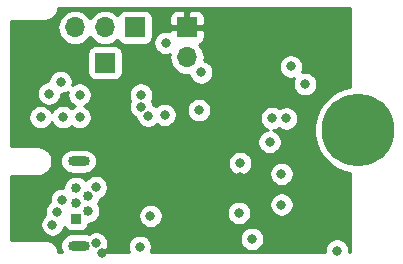
<source format=gbr>
G04 #@! TF.GenerationSoftware,KiCad,Pcbnew,5.1.4-3.fc30*
G04 #@! TF.CreationDate,2019-12-05T15:01:49-05:00*
G04 #@! TF.ProjectId,librem5-m2-breakout,6c696272-656d-4352-9d6d-322d62726561,v0.5.0*
G04 #@! TF.SameCoordinates,Original*
G04 #@! TF.FileFunction,Copper,L3,Inr*
G04 #@! TF.FilePolarity,Positive*
%FSLAX46Y46*%
G04 Gerber Fmt 4.6, Leading zero omitted, Abs format (unit mm)*
G04 Created by KiCad (PCBNEW 5.1.4-3.fc30) date 2019-12-05 15:01:49*
%MOMM*%
%LPD*%
G04 APERTURE LIST*
%ADD10R,1.700000X1.700000*%
%ADD11O,1.700000X1.700000*%
%ADD12C,6.150000*%
%ADD13R,0.840000X0.840000*%
%ADD14C,0.840000*%
%ADD15O,1.850000X0.850000*%
%ADD16C,0.800000*%
%ADD17C,0.254000*%
G04 APERTURE END LIST*
D10*
X130000000Y-86300000D03*
D11*
X127460000Y-86300000D03*
X124920000Y-86300000D03*
D10*
X127460000Y-89300000D03*
D12*
X148850000Y-95000000D03*
D11*
X134400000Y-88840000D03*
D10*
X134400000Y-86300000D03*
D13*
X125000000Y-102500000D03*
D14*
X126000000Y-101850000D03*
X125000000Y-101200000D03*
X126000000Y-100550000D03*
X125000000Y-99900000D03*
D15*
X125220000Y-104775000D03*
X125220000Y-97625000D03*
D16*
X122300000Y-86200000D03*
X138900000Y-99000000D03*
X131300000Y-96800000D03*
X127200000Y-105400000D03*
X137724990Y-103289853D03*
X144400000Y-91100000D03*
X147100000Y-105200000D03*
X139900000Y-104200000D03*
X142400000Y-101300000D03*
X125300000Y-92000000D03*
X130400000Y-104875000D03*
X143200000Y-89600000D03*
X123000000Y-103000016D03*
X122000000Y-93900000D03*
X131300000Y-102250000D03*
X138800000Y-102000000D03*
X123400000Y-101900000D03*
X138900000Y-97800000D03*
X123799996Y-100900000D03*
X135600000Y-90100000D03*
X142400000Y-98700000D03*
X141400000Y-96000000D03*
X132600000Y-87600000D03*
X135400000Y-93300000D03*
X126696500Y-104594400D03*
X126674979Y-99825000D03*
X131100000Y-93774980D03*
X132500000Y-93700000D03*
X123900000Y-93900016D03*
X125300000Y-93900000D03*
X123700000Y-90900000D03*
X122700004Y-91900000D03*
X141600000Y-93975000D03*
X142800000Y-94000000D03*
X130500008Y-93000000D03*
X130500000Y-91999998D03*
D17*
G36*
X148190001Y-91348599D02*
G01*
X147767833Y-91432573D01*
X147092656Y-91712241D01*
X146485013Y-92118255D01*
X145968255Y-92635013D01*
X145562241Y-93242656D01*
X145282573Y-93917833D01*
X145140000Y-94634597D01*
X145140000Y-95365403D01*
X145282573Y-96082167D01*
X145562241Y-96757344D01*
X145968255Y-97364987D01*
X146485013Y-97881745D01*
X147092656Y-98287759D01*
X147767833Y-98567427D01*
X148190000Y-98651401D01*
X148190000Y-105340000D01*
X148127429Y-105340000D01*
X148135000Y-105301939D01*
X148135000Y-105098061D01*
X148095226Y-104898102D01*
X148017205Y-104709744D01*
X147903937Y-104540226D01*
X147759774Y-104396063D01*
X147590256Y-104282795D01*
X147401898Y-104204774D01*
X147201939Y-104165000D01*
X146998061Y-104165000D01*
X146798102Y-104204774D01*
X146609744Y-104282795D01*
X146440226Y-104396063D01*
X146296063Y-104540226D01*
X146182795Y-104709744D01*
X146104774Y-104898102D01*
X146065000Y-105098061D01*
X146065000Y-105301939D01*
X146072571Y-105340000D01*
X131327666Y-105340000D01*
X131395226Y-105176898D01*
X131435000Y-104976939D01*
X131435000Y-104773061D01*
X131395226Y-104573102D01*
X131317205Y-104384744D01*
X131203937Y-104215226D01*
X131086772Y-104098061D01*
X138865000Y-104098061D01*
X138865000Y-104301939D01*
X138904774Y-104501898D01*
X138982795Y-104690256D01*
X139096063Y-104859774D01*
X139240226Y-105003937D01*
X139409744Y-105117205D01*
X139598102Y-105195226D01*
X139798061Y-105235000D01*
X140001939Y-105235000D01*
X140201898Y-105195226D01*
X140390256Y-105117205D01*
X140559774Y-105003937D01*
X140703937Y-104859774D01*
X140817205Y-104690256D01*
X140895226Y-104501898D01*
X140935000Y-104301939D01*
X140935000Y-104098061D01*
X140895226Y-103898102D01*
X140817205Y-103709744D01*
X140703937Y-103540226D01*
X140559774Y-103396063D01*
X140390256Y-103282795D01*
X140201898Y-103204774D01*
X140001939Y-103165000D01*
X139798061Y-103165000D01*
X139598102Y-103204774D01*
X139409744Y-103282795D01*
X139240226Y-103396063D01*
X139096063Y-103540226D01*
X138982795Y-103709744D01*
X138904774Y-103898102D01*
X138865000Y-104098061D01*
X131086772Y-104098061D01*
X131059774Y-104071063D01*
X130890256Y-103957795D01*
X130701898Y-103879774D01*
X130501939Y-103840000D01*
X130298061Y-103840000D01*
X130098102Y-103879774D01*
X129909744Y-103957795D01*
X129740226Y-104071063D01*
X129596063Y-104215226D01*
X129482795Y-104384744D01*
X129404774Y-104573102D01*
X129365000Y-104773061D01*
X129365000Y-104976939D01*
X129404774Y-105176898D01*
X129472334Y-105340000D01*
X127414611Y-105340000D01*
X127500437Y-105254174D01*
X127613705Y-105084656D01*
X127691726Y-104896298D01*
X127731500Y-104696339D01*
X127731500Y-104492461D01*
X127691726Y-104292502D01*
X127613705Y-104104144D01*
X127500437Y-103934626D01*
X127356274Y-103790463D01*
X127186756Y-103677195D01*
X126998398Y-103599174D01*
X126798439Y-103559400D01*
X126594561Y-103559400D01*
X126394602Y-103599174D01*
X126206244Y-103677195D01*
X126064601Y-103771837D01*
X125927796Y-103730338D01*
X125772066Y-103715000D01*
X124667934Y-103715000D01*
X124512204Y-103730338D01*
X124312393Y-103790950D01*
X124128247Y-103889378D01*
X123966841Y-104021841D01*
X123834378Y-104183247D01*
X123735950Y-104367393D01*
X123675338Y-104567204D01*
X123654872Y-104775000D01*
X123675338Y-104982796D01*
X123735950Y-105182607D01*
X123820078Y-105340000D01*
X123505057Y-105340000D01*
X123501311Y-105304360D01*
X123500450Y-105295617D01*
X123500362Y-105295325D01*
X123496173Y-105255473D01*
X123484140Y-105196854D01*
X123472936Y-105138116D01*
X123470272Y-105129294D01*
X123441416Y-105036075D01*
X123418238Y-104980937D01*
X123395825Y-104925463D01*
X123391498Y-104917327D01*
X123345085Y-104831489D01*
X123311645Y-104781913D01*
X123278881Y-104731844D01*
X123273057Y-104724703D01*
X123210855Y-104649514D01*
X123168406Y-104607361D01*
X123126561Y-104564629D01*
X123119460Y-104558755D01*
X123043839Y-104497079D01*
X122994034Y-104463988D01*
X122944650Y-104430174D01*
X122936544Y-104425792D01*
X122850383Y-104379980D01*
X122795091Y-104357191D01*
X122740102Y-104333622D01*
X122731299Y-104330897D01*
X122637881Y-104302692D01*
X122579174Y-104291067D01*
X122520684Y-104278635D01*
X122511530Y-104277673D01*
X122511524Y-104277672D01*
X122511519Y-104277672D01*
X122414402Y-104268150D01*
X122382419Y-104265000D01*
X119510000Y-104265000D01*
X119510000Y-102898077D01*
X121965000Y-102898077D01*
X121965000Y-103101955D01*
X122004774Y-103301914D01*
X122082795Y-103490272D01*
X122196063Y-103659790D01*
X122340226Y-103803953D01*
X122509744Y-103917221D01*
X122698102Y-103995242D01*
X122898061Y-104035016D01*
X123101939Y-104035016D01*
X123301898Y-103995242D01*
X123490256Y-103917221D01*
X123659774Y-103803953D01*
X123803937Y-103659790D01*
X123917205Y-103490272D01*
X123995226Y-103301914D01*
X124013910Y-103207981D01*
X124049463Y-103274494D01*
X124128815Y-103371185D01*
X124225506Y-103450537D01*
X124335820Y-103509502D01*
X124455518Y-103545812D01*
X124580000Y-103558072D01*
X125420000Y-103558072D01*
X125544482Y-103545812D01*
X125664180Y-103509502D01*
X125774494Y-103450537D01*
X125871185Y-103371185D01*
X125950537Y-103274494D01*
X126009502Y-103164180D01*
X126045812Y-103044482D01*
X126058072Y-102920000D01*
X126058072Y-102905000D01*
X126103908Y-102905000D01*
X126307732Y-102864457D01*
X126499730Y-102784929D01*
X126672523Y-102669472D01*
X126819472Y-102522523D01*
X126934929Y-102349730D01*
X127014457Y-102157732D01*
X127016380Y-102148061D01*
X130265000Y-102148061D01*
X130265000Y-102351939D01*
X130304774Y-102551898D01*
X130382795Y-102740256D01*
X130496063Y-102909774D01*
X130640226Y-103053937D01*
X130809744Y-103167205D01*
X130998102Y-103245226D01*
X131198061Y-103285000D01*
X131401939Y-103285000D01*
X131601898Y-103245226D01*
X131790256Y-103167205D01*
X131959774Y-103053937D01*
X132103937Y-102909774D01*
X132217205Y-102740256D01*
X132295226Y-102551898D01*
X132335000Y-102351939D01*
X132335000Y-102148061D01*
X132295226Y-101948102D01*
X132274499Y-101898061D01*
X137765000Y-101898061D01*
X137765000Y-102101939D01*
X137804774Y-102301898D01*
X137882795Y-102490256D01*
X137996063Y-102659774D01*
X138140226Y-102803937D01*
X138309744Y-102917205D01*
X138498102Y-102995226D01*
X138698061Y-103035000D01*
X138901939Y-103035000D01*
X139101898Y-102995226D01*
X139290256Y-102917205D01*
X139459774Y-102803937D01*
X139603937Y-102659774D01*
X139717205Y-102490256D01*
X139795226Y-102301898D01*
X139835000Y-102101939D01*
X139835000Y-101898061D01*
X139795226Y-101698102D01*
X139717205Y-101509744D01*
X139603937Y-101340226D01*
X139461772Y-101198061D01*
X141365000Y-101198061D01*
X141365000Y-101401939D01*
X141404774Y-101601898D01*
X141482795Y-101790256D01*
X141596063Y-101959774D01*
X141740226Y-102103937D01*
X141909744Y-102217205D01*
X142098102Y-102295226D01*
X142298061Y-102335000D01*
X142501939Y-102335000D01*
X142701898Y-102295226D01*
X142890256Y-102217205D01*
X143059774Y-102103937D01*
X143203937Y-101959774D01*
X143317205Y-101790256D01*
X143395226Y-101601898D01*
X143435000Y-101401939D01*
X143435000Y-101198061D01*
X143395226Y-100998102D01*
X143317205Y-100809744D01*
X143203937Y-100640226D01*
X143059774Y-100496063D01*
X142890256Y-100382795D01*
X142701898Y-100304774D01*
X142501939Y-100265000D01*
X142298061Y-100265000D01*
X142098102Y-100304774D01*
X141909744Y-100382795D01*
X141740226Y-100496063D01*
X141596063Y-100640226D01*
X141482795Y-100809744D01*
X141404774Y-100998102D01*
X141365000Y-101198061D01*
X139461772Y-101198061D01*
X139459774Y-101196063D01*
X139290256Y-101082795D01*
X139101898Y-101004774D01*
X138901939Y-100965000D01*
X138698061Y-100965000D01*
X138498102Y-101004774D01*
X138309744Y-101082795D01*
X138140226Y-101196063D01*
X137996063Y-101340226D01*
X137882795Y-101509744D01*
X137804774Y-101698102D01*
X137765000Y-101898061D01*
X132274499Y-101898061D01*
X132217205Y-101759744D01*
X132103937Y-101590226D01*
X131959774Y-101446063D01*
X131790256Y-101332795D01*
X131601898Y-101254774D01*
X131401939Y-101215000D01*
X131198061Y-101215000D01*
X130998102Y-101254774D01*
X130809744Y-101332795D01*
X130640226Y-101446063D01*
X130496063Y-101590226D01*
X130382795Y-101759744D01*
X130304774Y-101948102D01*
X130265000Y-102148061D01*
X127016380Y-102148061D01*
X127055000Y-101953908D01*
X127055000Y-101746092D01*
X127014457Y-101542268D01*
X126934929Y-101350270D01*
X126834521Y-101200000D01*
X126934929Y-101049730D01*
X127014457Y-100857732D01*
X127025962Y-100799894D01*
X127165235Y-100742205D01*
X127334753Y-100628937D01*
X127478916Y-100484774D01*
X127592184Y-100315256D01*
X127670205Y-100126898D01*
X127709979Y-99926939D01*
X127709979Y-99723061D01*
X127670205Y-99523102D01*
X127592184Y-99334744D01*
X127478916Y-99165226D01*
X127334753Y-99021063D01*
X127165235Y-98907795D01*
X126976877Y-98829774D01*
X126776918Y-98790000D01*
X126573040Y-98790000D01*
X126373081Y-98829774D01*
X126184723Y-98907795D01*
X126015205Y-99021063D01*
X125871042Y-99165226D01*
X125824460Y-99234942D01*
X125819472Y-99227477D01*
X125672523Y-99080528D01*
X125499730Y-98965071D01*
X125307732Y-98885543D01*
X125103908Y-98845000D01*
X124896092Y-98845000D01*
X124692268Y-98885543D01*
X124500270Y-98965071D01*
X124327477Y-99080528D01*
X124180528Y-99227477D01*
X124065071Y-99400270D01*
X123985543Y-99592268D01*
X123945000Y-99796092D01*
X123945000Y-99873566D01*
X123901935Y-99865000D01*
X123698057Y-99865000D01*
X123498098Y-99904774D01*
X123309740Y-99982795D01*
X123140222Y-100096063D01*
X122996059Y-100240226D01*
X122882791Y-100409744D01*
X122804770Y-100598102D01*
X122764996Y-100798061D01*
X122764996Y-101001939D01*
X122778616Y-101070412D01*
X122740226Y-101096063D01*
X122596063Y-101240226D01*
X122482795Y-101409744D01*
X122404774Y-101598102D01*
X122365000Y-101798061D01*
X122365000Y-102001939D01*
X122396180Y-102158692D01*
X122340226Y-102196079D01*
X122196063Y-102340242D01*
X122082795Y-102509760D01*
X122004774Y-102698118D01*
X121965000Y-102898077D01*
X119510000Y-102898077D01*
X119510000Y-98885000D01*
X121782419Y-98885000D01*
X121814991Y-98881792D01*
X121822782Y-98881792D01*
X121831947Y-98880829D01*
X121948317Y-98867776D01*
X122006834Y-98855337D01*
X122065512Y-98843719D01*
X122074315Y-98840994D01*
X122185933Y-98805586D01*
X122240904Y-98782024D01*
X122296216Y-98759227D01*
X122304322Y-98754844D01*
X122406937Y-98698431D01*
X122456298Y-98664632D01*
X122506118Y-98631533D01*
X122513218Y-98625659D01*
X122602922Y-98550389D01*
X122644767Y-98507659D01*
X122687223Y-98465498D01*
X122693047Y-98458357D01*
X122766422Y-98367097D01*
X122799178Y-98317041D01*
X122832629Y-98267447D01*
X122836955Y-98259310D01*
X122891206Y-98155536D01*
X122913608Y-98100087D01*
X122936794Y-98044931D01*
X122939457Y-98036109D01*
X122972519Y-97923775D01*
X122983724Y-97865034D01*
X122995757Y-97806417D01*
X122996656Y-97797246D01*
X123007269Y-97680628D01*
X123006881Y-97625000D01*
X123654872Y-97625000D01*
X123675338Y-97832796D01*
X123735950Y-98032607D01*
X123834378Y-98216753D01*
X123966841Y-98378159D01*
X124128247Y-98510622D01*
X124312393Y-98609050D01*
X124512204Y-98669662D01*
X124667934Y-98685000D01*
X125772066Y-98685000D01*
X125927796Y-98669662D01*
X126127607Y-98609050D01*
X126311753Y-98510622D01*
X126473159Y-98378159D01*
X126605622Y-98216753D01*
X126704050Y-98032607D01*
X126764662Y-97832796D01*
X126777932Y-97698061D01*
X137865000Y-97698061D01*
X137865000Y-97901939D01*
X137904774Y-98101898D01*
X137982795Y-98290256D01*
X138096063Y-98459774D01*
X138240226Y-98603937D01*
X138409744Y-98717205D01*
X138598102Y-98795226D01*
X138798061Y-98835000D01*
X139001939Y-98835000D01*
X139201898Y-98795226D01*
X139390256Y-98717205D01*
X139559774Y-98603937D01*
X139565650Y-98598061D01*
X141365000Y-98598061D01*
X141365000Y-98801939D01*
X141404774Y-99001898D01*
X141482795Y-99190256D01*
X141596063Y-99359774D01*
X141740226Y-99503937D01*
X141909744Y-99617205D01*
X142098102Y-99695226D01*
X142298061Y-99735000D01*
X142501939Y-99735000D01*
X142701898Y-99695226D01*
X142890256Y-99617205D01*
X143059774Y-99503937D01*
X143203937Y-99359774D01*
X143317205Y-99190256D01*
X143395226Y-99001898D01*
X143435000Y-98801939D01*
X143435000Y-98598061D01*
X143395226Y-98398102D01*
X143317205Y-98209744D01*
X143203937Y-98040226D01*
X143059774Y-97896063D01*
X142890256Y-97782795D01*
X142701898Y-97704774D01*
X142501939Y-97665000D01*
X142298061Y-97665000D01*
X142098102Y-97704774D01*
X141909744Y-97782795D01*
X141740226Y-97896063D01*
X141596063Y-98040226D01*
X141482795Y-98209744D01*
X141404774Y-98398102D01*
X141365000Y-98598061D01*
X139565650Y-98598061D01*
X139703937Y-98459774D01*
X139817205Y-98290256D01*
X139895226Y-98101898D01*
X139935000Y-97901939D01*
X139935000Y-97698061D01*
X139895226Y-97498102D01*
X139817205Y-97309744D01*
X139703937Y-97140226D01*
X139559774Y-96996063D01*
X139390256Y-96882795D01*
X139201898Y-96804774D01*
X139001939Y-96765000D01*
X138798061Y-96765000D01*
X138598102Y-96804774D01*
X138409744Y-96882795D01*
X138240226Y-96996063D01*
X138096063Y-97140226D01*
X137982795Y-97309744D01*
X137904774Y-97498102D01*
X137865000Y-97698061D01*
X126777932Y-97698061D01*
X126785128Y-97625000D01*
X126764662Y-97417204D01*
X126704050Y-97217393D01*
X126605622Y-97033247D01*
X126473159Y-96871841D01*
X126311753Y-96739378D01*
X126127607Y-96640950D01*
X125927796Y-96580338D01*
X125772066Y-96565000D01*
X124667934Y-96565000D01*
X124512204Y-96580338D01*
X124312393Y-96640950D01*
X124128247Y-96739378D01*
X123966841Y-96871841D01*
X123834378Y-97033247D01*
X123735950Y-97217393D01*
X123675338Y-97417204D01*
X123654872Y-97625000D01*
X123006881Y-97625000D01*
X123006851Y-97620811D01*
X123007269Y-97560994D01*
X123006370Y-97551823D01*
X122994130Y-97435365D01*
X122982098Y-97376753D01*
X122970893Y-97318008D01*
X122968229Y-97309186D01*
X122933602Y-97197324D01*
X122910416Y-97142168D01*
X122888014Y-97086719D01*
X122883688Y-97078582D01*
X122827993Y-96975575D01*
X122794557Y-96926005D01*
X122761785Y-96875923D01*
X122755960Y-96868782D01*
X122681318Y-96778556D01*
X122638884Y-96736418D01*
X122597022Y-96693669D01*
X122589921Y-96687796D01*
X122589918Y-96687793D01*
X122589914Y-96687791D01*
X122499176Y-96613785D01*
X122449376Y-96580698D01*
X122399993Y-96546884D01*
X122391891Y-96542505D01*
X122391887Y-96542502D01*
X122391883Y-96542500D01*
X122288493Y-96487527D01*
X122233234Y-96464751D01*
X122178205Y-96441165D01*
X122169402Y-96438441D01*
X122057301Y-96404596D01*
X121998628Y-96392979D01*
X121940111Y-96380540D01*
X121930946Y-96379577D01*
X121814405Y-96368150D01*
X121814402Y-96368150D01*
X121782419Y-96365000D01*
X119510000Y-96365000D01*
X119510000Y-95898061D01*
X140365000Y-95898061D01*
X140365000Y-96101939D01*
X140404774Y-96301898D01*
X140482795Y-96490256D01*
X140596063Y-96659774D01*
X140740226Y-96803937D01*
X140909744Y-96917205D01*
X141098102Y-96995226D01*
X141298061Y-97035000D01*
X141501939Y-97035000D01*
X141701898Y-96995226D01*
X141890256Y-96917205D01*
X142059774Y-96803937D01*
X142203937Y-96659774D01*
X142317205Y-96490256D01*
X142395226Y-96301898D01*
X142435000Y-96101939D01*
X142435000Y-95898061D01*
X142395226Y-95698102D01*
X142317205Y-95509744D01*
X142203937Y-95340226D01*
X142059774Y-95196063D01*
X141890256Y-95082795D01*
X141710435Y-95008310D01*
X141901898Y-94970226D01*
X142090256Y-94892205D01*
X142181292Y-94831377D01*
X142309744Y-94917205D01*
X142498102Y-94995226D01*
X142698061Y-95035000D01*
X142901939Y-95035000D01*
X143101898Y-94995226D01*
X143290256Y-94917205D01*
X143459774Y-94803937D01*
X143603937Y-94659774D01*
X143717205Y-94490256D01*
X143795226Y-94301898D01*
X143835000Y-94101939D01*
X143835000Y-93898061D01*
X143795226Y-93698102D01*
X143717205Y-93509744D01*
X143603937Y-93340226D01*
X143459774Y-93196063D01*
X143290256Y-93082795D01*
X143101898Y-93004774D01*
X142901939Y-92965000D01*
X142698061Y-92965000D01*
X142498102Y-93004774D01*
X142309744Y-93082795D01*
X142218708Y-93143623D01*
X142090256Y-93057795D01*
X141901898Y-92979774D01*
X141701939Y-92940000D01*
X141498061Y-92940000D01*
X141298102Y-92979774D01*
X141109744Y-93057795D01*
X140940226Y-93171063D01*
X140796063Y-93315226D01*
X140682795Y-93484744D01*
X140604774Y-93673102D01*
X140565000Y-93873061D01*
X140565000Y-94076939D01*
X140604774Y-94276898D01*
X140682795Y-94465256D01*
X140796063Y-94634774D01*
X140940226Y-94778937D01*
X141109744Y-94892205D01*
X141289565Y-94966690D01*
X141098102Y-95004774D01*
X140909744Y-95082795D01*
X140740226Y-95196063D01*
X140596063Y-95340226D01*
X140482795Y-95509744D01*
X140404774Y-95698102D01*
X140365000Y-95898061D01*
X119510000Y-95898061D01*
X119510000Y-93798061D01*
X120965000Y-93798061D01*
X120965000Y-94001939D01*
X121004774Y-94201898D01*
X121082795Y-94390256D01*
X121196063Y-94559774D01*
X121340226Y-94703937D01*
X121509744Y-94817205D01*
X121698102Y-94895226D01*
X121898061Y-94935000D01*
X122101939Y-94935000D01*
X122301898Y-94895226D01*
X122490256Y-94817205D01*
X122659774Y-94703937D01*
X122803937Y-94559774D01*
X122917205Y-94390256D01*
X122949997Y-94311090D01*
X122982795Y-94390272D01*
X123096063Y-94559790D01*
X123240226Y-94703953D01*
X123409744Y-94817221D01*
X123598102Y-94895242D01*
X123798061Y-94935016D01*
X124001939Y-94935016D01*
X124201898Y-94895242D01*
X124390256Y-94817221D01*
X124559774Y-94703953D01*
X124600008Y-94663719D01*
X124640226Y-94703937D01*
X124809744Y-94817205D01*
X124998102Y-94895226D01*
X125198061Y-94935000D01*
X125401939Y-94935000D01*
X125601898Y-94895226D01*
X125790256Y-94817205D01*
X125959774Y-94703937D01*
X126103937Y-94559774D01*
X126217205Y-94390256D01*
X126295226Y-94201898D01*
X126335000Y-94001939D01*
X126335000Y-93798061D01*
X126295226Y-93598102D01*
X126217205Y-93409744D01*
X126103937Y-93240226D01*
X125959774Y-93096063D01*
X125790256Y-92982795D01*
X125711082Y-92950000D01*
X125790256Y-92917205D01*
X125959774Y-92803937D01*
X126103937Y-92659774D01*
X126217205Y-92490256D01*
X126295226Y-92301898D01*
X126335000Y-92101939D01*
X126335000Y-91898061D01*
X126335000Y-91898059D01*
X129465000Y-91898059D01*
X129465000Y-92101937D01*
X129504774Y-92301896D01*
X129582795Y-92490254D01*
X129589310Y-92500005D01*
X129582803Y-92509744D01*
X129504782Y-92698102D01*
X129465008Y-92898061D01*
X129465008Y-93101939D01*
X129504782Y-93301898D01*
X129582803Y-93490256D01*
X129696071Y-93659774D01*
X129840234Y-93803937D01*
X130009752Y-93917205D01*
X130078694Y-93945762D01*
X130104774Y-94076878D01*
X130182795Y-94265236D01*
X130296063Y-94434754D01*
X130440226Y-94578917D01*
X130609744Y-94692185D01*
X130798102Y-94770206D01*
X130998061Y-94809980D01*
X131201939Y-94809980D01*
X131401898Y-94770206D01*
X131590256Y-94692185D01*
X131759774Y-94578917D01*
X131837490Y-94501201D01*
X131840226Y-94503937D01*
X132009744Y-94617205D01*
X132198102Y-94695226D01*
X132398061Y-94735000D01*
X132601939Y-94735000D01*
X132801898Y-94695226D01*
X132990256Y-94617205D01*
X133159774Y-94503937D01*
X133303937Y-94359774D01*
X133417205Y-94190256D01*
X133495226Y-94001898D01*
X133535000Y-93801939D01*
X133535000Y-93598061D01*
X133495226Y-93398102D01*
X133417205Y-93209744D01*
X133409399Y-93198061D01*
X134365000Y-93198061D01*
X134365000Y-93401939D01*
X134404774Y-93601898D01*
X134482795Y-93790256D01*
X134596063Y-93959774D01*
X134740226Y-94103937D01*
X134909744Y-94217205D01*
X135098102Y-94295226D01*
X135298061Y-94335000D01*
X135501939Y-94335000D01*
X135701898Y-94295226D01*
X135890256Y-94217205D01*
X136059774Y-94103937D01*
X136203937Y-93959774D01*
X136317205Y-93790256D01*
X136395226Y-93601898D01*
X136435000Y-93401939D01*
X136435000Y-93198061D01*
X136395226Y-92998102D01*
X136317205Y-92809744D01*
X136203937Y-92640226D01*
X136059774Y-92496063D01*
X135890256Y-92382795D01*
X135701898Y-92304774D01*
X135501939Y-92265000D01*
X135298061Y-92265000D01*
X135098102Y-92304774D01*
X134909744Y-92382795D01*
X134740226Y-92496063D01*
X134596063Y-92640226D01*
X134482795Y-92809744D01*
X134404774Y-92998102D01*
X134365000Y-93198061D01*
X133409399Y-93198061D01*
X133303937Y-93040226D01*
X133159774Y-92896063D01*
X132990256Y-92782795D01*
X132801898Y-92704774D01*
X132601939Y-92665000D01*
X132398061Y-92665000D01*
X132198102Y-92704774D01*
X132009744Y-92782795D01*
X131840226Y-92896063D01*
X131762510Y-92973779D01*
X131759774Y-92971043D01*
X131590256Y-92857775D01*
X131521314Y-92829218D01*
X131495234Y-92698102D01*
X131417213Y-92509744D01*
X131410698Y-92499993D01*
X131417205Y-92490254D01*
X131495226Y-92301896D01*
X131535000Y-92101937D01*
X131535000Y-91898059D01*
X131495226Y-91698100D01*
X131417205Y-91509742D01*
X131303937Y-91340224D01*
X131159774Y-91196061D01*
X130990256Y-91082793D01*
X130801898Y-91004772D01*
X130601939Y-90964998D01*
X130398061Y-90964998D01*
X130198102Y-91004772D01*
X130009744Y-91082793D01*
X129840226Y-91196061D01*
X129696063Y-91340224D01*
X129582795Y-91509742D01*
X129504774Y-91698100D01*
X129465000Y-91898059D01*
X126335000Y-91898059D01*
X126295226Y-91698102D01*
X126217205Y-91509744D01*
X126103937Y-91340226D01*
X125959774Y-91196063D01*
X125790256Y-91082795D01*
X125601898Y-91004774D01*
X125401939Y-90965000D01*
X125198061Y-90965000D01*
X124998102Y-91004774D01*
X124809744Y-91082795D01*
X124704995Y-91152786D01*
X124735000Y-91001939D01*
X124735000Y-90798061D01*
X124695226Y-90598102D01*
X124617205Y-90409744D01*
X124503937Y-90240226D01*
X124359774Y-90096063D01*
X124190256Y-89982795D01*
X124001898Y-89904774D01*
X123801939Y-89865000D01*
X123598061Y-89865000D01*
X123398102Y-89904774D01*
X123209744Y-89982795D01*
X123040226Y-90096063D01*
X122896063Y-90240226D01*
X122782795Y-90409744D01*
X122704774Y-90598102D01*
X122665000Y-90798061D01*
X122665000Y-90865000D01*
X122598065Y-90865000D01*
X122398106Y-90904774D01*
X122209748Y-90982795D01*
X122040230Y-91096063D01*
X121896067Y-91240226D01*
X121782799Y-91409744D01*
X121704778Y-91598102D01*
X121665004Y-91798061D01*
X121665004Y-92001939D01*
X121704778Y-92201898D01*
X121782799Y-92390256D01*
X121896067Y-92559774D01*
X122040230Y-92703937D01*
X122209748Y-92817205D01*
X122398106Y-92895226D01*
X122598065Y-92935000D01*
X122801943Y-92935000D01*
X123001902Y-92895226D01*
X123190260Y-92817205D01*
X123359778Y-92703937D01*
X123503941Y-92559774D01*
X123617209Y-92390256D01*
X123695230Y-92201898D01*
X123735004Y-92001939D01*
X123735004Y-91935000D01*
X123801939Y-91935000D01*
X124001898Y-91895226D01*
X124190256Y-91817205D01*
X124295005Y-91747214D01*
X124265000Y-91898061D01*
X124265000Y-92101939D01*
X124304774Y-92301898D01*
X124382795Y-92490256D01*
X124496063Y-92659774D01*
X124640226Y-92803937D01*
X124809744Y-92917205D01*
X124888918Y-92950000D01*
X124809744Y-92982795D01*
X124640226Y-93096063D01*
X124599992Y-93136297D01*
X124559774Y-93096079D01*
X124390256Y-92982811D01*
X124201898Y-92904790D01*
X124001939Y-92865016D01*
X123798061Y-92865016D01*
X123598102Y-92904790D01*
X123409744Y-92982811D01*
X123240226Y-93096079D01*
X123096063Y-93240242D01*
X122982795Y-93409760D01*
X122950003Y-93488926D01*
X122917205Y-93409744D01*
X122803937Y-93240226D01*
X122659774Y-93096063D01*
X122490256Y-92982795D01*
X122301898Y-92904774D01*
X122101939Y-92865000D01*
X121898061Y-92865000D01*
X121698102Y-92904774D01*
X121509744Y-92982795D01*
X121340226Y-93096063D01*
X121196063Y-93240226D01*
X121082795Y-93409744D01*
X121004774Y-93598102D01*
X120965000Y-93798061D01*
X119510000Y-93798061D01*
X119510000Y-88450000D01*
X125971928Y-88450000D01*
X125971928Y-90150000D01*
X125984188Y-90274482D01*
X126020498Y-90394180D01*
X126079463Y-90504494D01*
X126158815Y-90601185D01*
X126255506Y-90680537D01*
X126365820Y-90739502D01*
X126485518Y-90775812D01*
X126610000Y-90788072D01*
X128310000Y-90788072D01*
X128434482Y-90775812D01*
X128554180Y-90739502D01*
X128664494Y-90680537D01*
X128761185Y-90601185D01*
X128840537Y-90504494D01*
X128899502Y-90394180D01*
X128935812Y-90274482D01*
X128948072Y-90150000D01*
X128948072Y-88450000D01*
X128935812Y-88325518D01*
X128899502Y-88205820D01*
X128840537Y-88095506D01*
X128761185Y-87998815D01*
X128664494Y-87919463D01*
X128554180Y-87860498D01*
X128434482Y-87824188D01*
X128310000Y-87811928D01*
X126610000Y-87811928D01*
X126485518Y-87824188D01*
X126365820Y-87860498D01*
X126255506Y-87919463D01*
X126158815Y-87998815D01*
X126079463Y-88095506D01*
X126020498Y-88205820D01*
X125984188Y-88325518D01*
X125971928Y-88450000D01*
X119510000Y-88450000D01*
X119510000Y-86300000D01*
X123427815Y-86300000D01*
X123456487Y-86591111D01*
X123541401Y-86871034D01*
X123679294Y-87129014D01*
X123864866Y-87355134D01*
X124090986Y-87540706D01*
X124348966Y-87678599D01*
X124628889Y-87763513D01*
X124847050Y-87785000D01*
X124992950Y-87785000D01*
X125211111Y-87763513D01*
X125491034Y-87678599D01*
X125749014Y-87540706D01*
X125975134Y-87355134D01*
X126160706Y-87129014D01*
X126190000Y-87074209D01*
X126219294Y-87129014D01*
X126404866Y-87355134D01*
X126630986Y-87540706D01*
X126888966Y-87678599D01*
X127168889Y-87763513D01*
X127387050Y-87785000D01*
X127532950Y-87785000D01*
X127751111Y-87763513D01*
X128031034Y-87678599D01*
X128289014Y-87540706D01*
X128515134Y-87355134D01*
X128539607Y-87325313D01*
X128560498Y-87394180D01*
X128619463Y-87504494D01*
X128698815Y-87601185D01*
X128795506Y-87680537D01*
X128905820Y-87739502D01*
X129025518Y-87775812D01*
X129150000Y-87788072D01*
X130850000Y-87788072D01*
X130974482Y-87775812D01*
X131094180Y-87739502D01*
X131204494Y-87680537D01*
X131301185Y-87601185D01*
X131380537Y-87504494D01*
X131383975Y-87498061D01*
X131565000Y-87498061D01*
X131565000Y-87701939D01*
X131604774Y-87901898D01*
X131682795Y-88090256D01*
X131796063Y-88259774D01*
X131940226Y-88403937D01*
X132109744Y-88517205D01*
X132298102Y-88595226D01*
X132498061Y-88635000D01*
X132701939Y-88635000D01*
X132901898Y-88595226D01*
X132933200Y-88582260D01*
X132907815Y-88840000D01*
X132936487Y-89131111D01*
X133021401Y-89411034D01*
X133159294Y-89669014D01*
X133344866Y-89895134D01*
X133570986Y-90080706D01*
X133828966Y-90218599D01*
X134108889Y-90303513D01*
X134327050Y-90325000D01*
X134472950Y-90325000D01*
X134587239Y-90313743D01*
X134604774Y-90401898D01*
X134682795Y-90590256D01*
X134796063Y-90759774D01*
X134940226Y-90903937D01*
X135109744Y-91017205D01*
X135298102Y-91095226D01*
X135498061Y-91135000D01*
X135701939Y-91135000D01*
X135901898Y-91095226D01*
X136090256Y-91017205D01*
X136259774Y-90903937D01*
X136403937Y-90759774D01*
X136517205Y-90590256D01*
X136595226Y-90401898D01*
X136635000Y-90201939D01*
X136635000Y-89998061D01*
X136595226Y-89798102D01*
X136517205Y-89609744D01*
X136442582Y-89498061D01*
X142165000Y-89498061D01*
X142165000Y-89701939D01*
X142204774Y-89901898D01*
X142282795Y-90090256D01*
X142396063Y-90259774D01*
X142540226Y-90403937D01*
X142709744Y-90517205D01*
X142898102Y-90595226D01*
X143098061Y-90635000D01*
X143301939Y-90635000D01*
X143491054Y-90597383D01*
X143482795Y-90609744D01*
X143404774Y-90798102D01*
X143365000Y-90998061D01*
X143365000Y-91201939D01*
X143404774Y-91401898D01*
X143482795Y-91590256D01*
X143596063Y-91759774D01*
X143740226Y-91903937D01*
X143909744Y-92017205D01*
X144098102Y-92095226D01*
X144298061Y-92135000D01*
X144501939Y-92135000D01*
X144701898Y-92095226D01*
X144890256Y-92017205D01*
X145059774Y-91903937D01*
X145203937Y-91759774D01*
X145317205Y-91590256D01*
X145395226Y-91401898D01*
X145435000Y-91201939D01*
X145435000Y-90998061D01*
X145395226Y-90798102D01*
X145317205Y-90609744D01*
X145203937Y-90440226D01*
X145059774Y-90296063D01*
X144890256Y-90182795D01*
X144701898Y-90104774D01*
X144501939Y-90065000D01*
X144298061Y-90065000D01*
X144108946Y-90102617D01*
X144117205Y-90090256D01*
X144195226Y-89901898D01*
X144235000Y-89701939D01*
X144235000Y-89498061D01*
X144195226Y-89298102D01*
X144117205Y-89109744D01*
X144003937Y-88940226D01*
X143859774Y-88796063D01*
X143690256Y-88682795D01*
X143501898Y-88604774D01*
X143301939Y-88565000D01*
X143098061Y-88565000D01*
X142898102Y-88604774D01*
X142709744Y-88682795D01*
X142540226Y-88796063D01*
X142396063Y-88940226D01*
X142282795Y-89109744D01*
X142204774Y-89298102D01*
X142165000Y-89498061D01*
X136442582Y-89498061D01*
X136403937Y-89440226D01*
X136259774Y-89296063D01*
X136090256Y-89182795D01*
X135901898Y-89104774D01*
X135866795Y-89097792D01*
X135892185Y-88840000D01*
X135863513Y-88548889D01*
X135778599Y-88268966D01*
X135640706Y-88010986D01*
X135455134Y-87784866D01*
X135425313Y-87760393D01*
X135494180Y-87739502D01*
X135604494Y-87680537D01*
X135701185Y-87601185D01*
X135780537Y-87504494D01*
X135839502Y-87394180D01*
X135875812Y-87274482D01*
X135888072Y-87150000D01*
X135885000Y-86585750D01*
X135726250Y-86427000D01*
X134527000Y-86427000D01*
X134527000Y-86447000D01*
X134273000Y-86447000D01*
X134273000Y-86427000D01*
X133073750Y-86427000D01*
X132915000Y-86585750D01*
X132914867Y-86610146D01*
X132901898Y-86604774D01*
X132701939Y-86565000D01*
X132498061Y-86565000D01*
X132298102Y-86604774D01*
X132109744Y-86682795D01*
X131940226Y-86796063D01*
X131796063Y-86940226D01*
X131682795Y-87109744D01*
X131604774Y-87298102D01*
X131565000Y-87498061D01*
X131383975Y-87498061D01*
X131439502Y-87394180D01*
X131475812Y-87274482D01*
X131488072Y-87150000D01*
X131488072Y-85450000D01*
X132911928Y-85450000D01*
X132915000Y-86014250D01*
X133073750Y-86173000D01*
X134273000Y-86173000D01*
X134273000Y-84973750D01*
X134527000Y-84973750D01*
X134527000Y-86173000D01*
X135726250Y-86173000D01*
X135885000Y-86014250D01*
X135888072Y-85450000D01*
X135875812Y-85325518D01*
X135839502Y-85205820D01*
X135780537Y-85095506D01*
X135701185Y-84998815D01*
X135604494Y-84919463D01*
X135494180Y-84860498D01*
X135374482Y-84824188D01*
X135250000Y-84811928D01*
X134685750Y-84815000D01*
X134527000Y-84973750D01*
X134273000Y-84973750D01*
X134114250Y-84815000D01*
X133550000Y-84811928D01*
X133425518Y-84824188D01*
X133305820Y-84860498D01*
X133195506Y-84919463D01*
X133098815Y-84998815D01*
X133019463Y-85095506D01*
X132960498Y-85205820D01*
X132924188Y-85325518D01*
X132911928Y-85450000D01*
X131488072Y-85450000D01*
X131475812Y-85325518D01*
X131439502Y-85205820D01*
X131380537Y-85095506D01*
X131301185Y-84998815D01*
X131204494Y-84919463D01*
X131094180Y-84860498D01*
X130974482Y-84824188D01*
X130850000Y-84811928D01*
X129150000Y-84811928D01*
X129025518Y-84824188D01*
X128905820Y-84860498D01*
X128795506Y-84919463D01*
X128698815Y-84998815D01*
X128619463Y-85095506D01*
X128560498Y-85205820D01*
X128539607Y-85274687D01*
X128515134Y-85244866D01*
X128289014Y-85059294D01*
X128031034Y-84921401D01*
X127751111Y-84836487D01*
X127532950Y-84815000D01*
X127387050Y-84815000D01*
X127168889Y-84836487D01*
X126888966Y-84921401D01*
X126630986Y-85059294D01*
X126404866Y-85244866D01*
X126219294Y-85470986D01*
X126190000Y-85525791D01*
X126160706Y-85470986D01*
X125975134Y-85244866D01*
X125749014Y-85059294D01*
X125491034Y-84921401D01*
X125211111Y-84836487D01*
X124992950Y-84815000D01*
X124847050Y-84815000D01*
X124628889Y-84836487D01*
X124348966Y-84921401D01*
X124090986Y-85059294D01*
X123864866Y-85244866D01*
X123679294Y-85470986D01*
X123541401Y-85728966D01*
X123456487Y-86008889D01*
X123427815Y-86300000D01*
X119510000Y-86300000D01*
X119510000Y-85735000D01*
X122382419Y-85735000D01*
X122410329Y-85732251D01*
X122413308Y-85732272D01*
X122422479Y-85731373D01*
X122470648Y-85726310D01*
X122479383Y-85725450D01*
X122479674Y-85725362D01*
X122519527Y-85721173D01*
X122578152Y-85709139D01*
X122636884Y-85697936D01*
X122645706Y-85695272D01*
X122738925Y-85666416D01*
X122794075Y-85643233D01*
X122849537Y-85620825D01*
X122857666Y-85616502D01*
X122857670Y-85616500D01*
X122857673Y-85616498D01*
X122943511Y-85570086D01*
X122993098Y-85536638D01*
X123043156Y-85503881D01*
X123050297Y-85498057D01*
X123125486Y-85435855D01*
X123167639Y-85393406D01*
X123210371Y-85351561D01*
X123216245Y-85344460D01*
X123277921Y-85268840D01*
X123311052Y-85218975D01*
X123344825Y-85169650D01*
X123349208Y-85161544D01*
X123395020Y-85075383D01*
X123417809Y-85020091D01*
X123441378Y-84965102D01*
X123444103Y-84956299D01*
X123472308Y-84862881D01*
X123483933Y-84804174D01*
X123496365Y-84745684D01*
X123497327Y-84736530D01*
X123497328Y-84736524D01*
X123497328Y-84736519D01*
X123504830Y-84660000D01*
X148190001Y-84660000D01*
X148190001Y-91348599D01*
X148190001Y-91348599D01*
G37*
X148190001Y-91348599D02*
X147767833Y-91432573D01*
X147092656Y-91712241D01*
X146485013Y-92118255D01*
X145968255Y-92635013D01*
X145562241Y-93242656D01*
X145282573Y-93917833D01*
X145140000Y-94634597D01*
X145140000Y-95365403D01*
X145282573Y-96082167D01*
X145562241Y-96757344D01*
X145968255Y-97364987D01*
X146485013Y-97881745D01*
X147092656Y-98287759D01*
X147767833Y-98567427D01*
X148190000Y-98651401D01*
X148190000Y-105340000D01*
X148127429Y-105340000D01*
X148135000Y-105301939D01*
X148135000Y-105098061D01*
X148095226Y-104898102D01*
X148017205Y-104709744D01*
X147903937Y-104540226D01*
X147759774Y-104396063D01*
X147590256Y-104282795D01*
X147401898Y-104204774D01*
X147201939Y-104165000D01*
X146998061Y-104165000D01*
X146798102Y-104204774D01*
X146609744Y-104282795D01*
X146440226Y-104396063D01*
X146296063Y-104540226D01*
X146182795Y-104709744D01*
X146104774Y-104898102D01*
X146065000Y-105098061D01*
X146065000Y-105301939D01*
X146072571Y-105340000D01*
X131327666Y-105340000D01*
X131395226Y-105176898D01*
X131435000Y-104976939D01*
X131435000Y-104773061D01*
X131395226Y-104573102D01*
X131317205Y-104384744D01*
X131203937Y-104215226D01*
X131086772Y-104098061D01*
X138865000Y-104098061D01*
X138865000Y-104301939D01*
X138904774Y-104501898D01*
X138982795Y-104690256D01*
X139096063Y-104859774D01*
X139240226Y-105003937D01*
X139409744Y-105117205D01*
X139598102Y-105195226D01*
X139798061Y-105235000D01*
X140001939Y-105235000D01*
X140201898Y-105195226D01*
X140390256Y-105117205D01*
X140559774Y-105003937D01*
X140703937Y-104859774D01*
X140817205Y-104690256D01*
X140895226Y-104501898D01*
X140935000Y-104301939D01*
X140935000Y-104098061D01*
X140895226Y-103898102D01*
X140817205Y-103709744D01*
X140703937Y-103540226D01*
X140559774Y-103396063D01*
X140390256Y-103282795D01*
X140201898Y-103204774D01*
X140001939Y-103165000D01*
X139798061Y-103165000D01*
X139598102Y-103204774D01*
X139409744Y-103282795D01*
X139240226Y-103396063D01*
X139096063Y-103540226D01*
X138982795Y-103709744D01*
X138904774Y-103898102D01*
X138865000Y-104098061D01*
X131086772Y-104098061D01*
X131059774Y-104071063D01*
X130890256Y-103957795D01*
X130701898Y-103879774D01*
X130501939Y-103840000D01*
X130298061Y-103840000D01*
X130098102Y-103879774D01*
X129909744Y-103957795D01*
X129740226Y-104071063D01*
X129596063Y-104215226D01*
X129482795Y-104384744D01*
X129404774Y-104573102D01*
X129365000Y-104773061D01*
X129365000Y-104976939D01*
X129404774Y-105176898D01*
X129472334Y-105340000D01*
X127414611Y-105340000D01*
X127500437Y-105254174D01*
X127613705Y-105084656D01*
X127691726Y-104896298D01*
X127731500Y-104696339D01*
X127731500Y-104492461D01*
X127691726Y-104292502D01*
X127613705Y-104104144D01*
X127500437Y-103934626D01*
X127356274Y-103790463D01*
X127186756Y-103677195D01*
X126998398Y-103599174D01*
X126798439Y-103559400D01*
X126594561Y-103559400D01*
X126394602Y-103599174D01*
X126206244Y-103677195D01*
X126064601Y-103771837D01*
X125927796Y-103730338D01*
X125772066Y-103715000D01*
X124667934Y-103715000D01*
X124512204Y-103730338D01*
X124312393Y-103790950D01*
X124128247Y-103889378D01*
X123966841Y-104021841D01*
X123834378Y-104183247D01*
X123735950Y-104367393D01*
X123675338Y-104567204D01*
X123654872Y-104775000D01*
X123675338Y-104982796D01*
X123735950Y-105182607D01*
X123820078Y-105340000D01*
X123505057Y-105340000D01*
X123501311Y-105304360D01*
X123500450Y-105295617D01*
X123500362Y-105295325D01*
X123496173Y-105255473D01*
X123484140Y-105196854D01*
X123472936Y-105138116D01*
X123470272Y-105129294D01*
X123441416Y-105036075D01*
X123418238Y-104980937D01*
X123395825Y-104925463D01*
X123391498Y-104917327D01*
X123345085Y-104831489D01*
X123311645Y-104781913D01*
X123278881Y-104731844D01*
X123273057Y-104724703D01*
X123210855Y-104649514D01*
X123168406Y-104607361D01*
X123126561Y-104564629D01*
X123119460Y-104558755D01*
X123043839Y-104497079D01*
X122994034Y-104463988D01*
X122944650Y-104430174D01*
X122936544Y-104425792D01*
X122850383Y-104379980D01*
X122795091Y-104357191D01*
X122740102Y-104333622D01*
X122731299Y-104330897D01*
X122637881Y-104302692D01*
X122579174Y-104291067D01*
X122520684Y-104278635D01*
X122511530Y-104277673D01*
X122511524Y-104277672D01*
X122511519Y-104277672D01*
X122414402Y-104268150D01*
X122382419Y-104265000D01*
X119510000Y-104265000D01*
X119510000Y-102898077D01*
X121965000Y-102898077D01*
X121965000Y-103101955D01*
X122004774Y-103301914D01*
X122082795Y-103490272D01*
X122196063Y-103659790D01*
X122340226Y-103803953D01*
X122509744Y-103917221D01*
X122698102Y-103995242D01*
X122898061Y-104035016D01*
X123101939Y-104035016D01*
X123301898Y-103995242D01*
X123490256Y-103917221D01*
X123659774Y-103803953D01*
X123803937Y-103659790D01*
X123917205Y-103490272D01*
X123995226Y-103301914D01*
X124013910Y-103207981D01*
X124049463Y-103274494D01*
X124128815Y-103371185D01*
X124225506Y-103450537D01*
X124335820Y-103509502D01*
X124455518Y-103545812D01*
X124580000Y-103558072D01*
X125420000Y-103558072D01*
X125544482Y-103545812D01*
X125664180Y-103509502D01*
X125774494Y-103450537D01*
X125871185Y-103371185D01*
X125950537Y-103274494D01*
X126009502Y-103164180D01*
X126045812Y-103044482D01*
X126058072Y-102920000D01*
X126058072Y-102905000D01*
X126103908Y-102905000D01*
X126307732Y-102864457D01*
X126499730Y-102784929D01*
X126672523Y-102669472D01*
X126819472Y-102522523D01*
X126934929Y-102349730D01*
X127014457Y-102157732D01*
X127016380Y-102148061D01*
X130265000Y-102148061D01*
X130265000Y-102351939D01*
X130304774Y-102551898D01*
X130382795Y-102740256D01*
X130496063Y-102909774D01*
X130640226Y-103053937D01*
X130809744Y-103167205D01*
X130998102Y-103245226D01*
X131198061Y-103285000D01*
X131401939Y-103285000D01*
X131601898Y-103245226D01*
X131790256Y-103167205D01*
X131959774Y-103053937D01*
X132103937Y-102909774D01*
X132217205Y-102740256D01*
X132295226Y-102551898D01*
X132335000Y-102351939D01*
X132335000Y-102148061D01*
X132295226Y-101948102D01*
X132274499Y-101898061D01*
X137765000Y-101898061D01*
X137765000Y-102101939D01*
X137804774Y-102301898D01*
X137882795Y-102490256D01*
X137996063Y-102659774D01*
X138140226Y-102803937D01*
X138309744Y-102917205D01*
X138498102Y-102995226D01*
X138698061Y-103035000D01*
X138901939Y-103035000D01*
X139101898Y-102995226D01*
X139290256Y-102917205D01*
X139459774Y-102803937D01*
X139603937Y-102659774D01*
X139717205Y-102490256D01*
X139795226Y-102301898D01*
X139835000Y-102101939D01*
X139835000Y-101898061D01*
X139795226Y-101698102D01*
X139717205Y-101509744D01*
X139603937Y-101340226D01*
X139461772Y-101198061D01*
X141365000Y-101198061D01*
X141365000Y-101401939D01*
X141404774Y-101601898D01*
X141482795Y-101790256D01*
X141596063Y-101959774D01*
X141740226Y-102103937D01*
X141909744Y-102217205D01*
X142098102Y-102295226D01*
X142298061Y-102335000D01*
X142501939Y-102335000D01*
X142701898Y-102295226D01*
X142890256Y-102217205D01*
X143059774Y-102103937D01*
X143203937Y-101959774D01*
X143317205Y-101790256D01*
X143395226Y-101601898D01*
X143435000Y-101401939D01*
X143435000Y-101198061D01*
X143395226Y-100998102D01*
X143317205Y-100809744D01*
X143203937Y-100640226D01*
X143059774Y-100496063D01*
X142890256Y-100382795D01*
X142701898Y-100304774D01*
X142501939Y-100265000D01*
X142298061Y-100265000D01*
X142098102Y-100304774D01*
X141909744Y-100382795D01*
X141740226Y-100496063D01*
X141596063Y-100640226D01*
X141482795Y-100809744D01*
X141404774Y-100998102D01*
X141365000Y-101198061D01*
X139461772Y-101198061D01*
X139459774Y-101196063D01*
X139290256Y-101082795D01*
X139101898Y-101004774D01*
X138901939Y-100965000D01*
X138698061Y-100965000D01*
X138498102Y-101004774D01*
X138309744Y-101082795D01*
X138140226Y-101196063D01*
X137996063Y-101340226D01*
X137882795Y-101509744D01*
X137804774Y-101698102D01*
X137765000Y-101898061D01*
X132274499Y-101898061D01*
X132217205Y-101759744D01*
X132103937Y-101590226D01*
X131959774Y-101446063D01*
X131790256Y-101332795D01*
X131601898Y-101254774D01*
X131401939Y-101215000D01*
X131198061Y-101215000D01*
X130998102Y-101254774D01*
X130809744Y-101332795D01*
X130640226Y-101446063D01*
X130496063Y-101590226D01*
X130382795Y-101759744D01*
X130304774Y-101948102D01*
X130265000Y-102148061D01*
X127016380Y-102148061D01*
X127055000Y-101953908D01*
X127055000Y-101746092D01*
X127014457Y-101542268D01*
X126934929Y-101350270D01*
X126834521Y-101200000D01*
X126934929Y-101049730D01*
X127014457Y-100857732D01*
X127025962Y-100799894D01*
X127165235Y-100742205D01*
X127334753Y-100628937D01*
X127478916Y-100484774D01*
X127592184Y-100315256D01*
X127670205Y-100126898D01*
X127709979Y-99926939D01*
X127709979Y-99723061D01*
X127670205Y-99523102D01*
X127592184Y-99334744D01*
X127478916Y-99165226D01*
X127334753Y-99021063D01*
X127165235Y-98907795D01*
X126976877Y-98829774D01*
X126776918Y-98790000D01*
X126573040Y-98790000D01*
X126373081Y-98829774D01*
X126184723Y-98907795D01*
X126015205Y-99021063D01*
X125871042Y-99165226D01*
X125824460Y-99234942D01*
X125819472Y-99227477D01*
X125672523Y-99080528D01*
X125499730Y-98965071D01*
X125307732Y-98885543D01*
X125103908Y-98845000D01*
X124896092Y-98845000D01*
X124692268Y-98885543D01*
X124500270Y-98965071D01*
X124327477Y-99080528D01*
X124180528Y-99227477D01*
X124065071Y-99400270D01*
X123985543Y-99592268D01*
X123945000Y-99796092D01*
X123945000Y-99873566D01*
X123901935Y-99865000D01*
X123698057Y-99865000D01*
X123498098Y-99904774D01*
X123309740Y-99982795D01*
X123140222Y-100096063D01*
X122996059Y-100240226D01*
X122882791Y-100409744D01*
X122804770Y-100598102D01*
X122764996Y-100798061D01*
X122764996Y-101001939D01*
X122778616Y-101070412D01*
X122740226Y-101096063D01*
X122596063Y-101240226D01*
X122482795Y-101409744D01*
X122404774Y-101598102D01*
X122365000Y-101798061D01*
X122365000Y-102001939D01*
X122396180Y-102158692D01*
X122340226Y-102196079D01*
X122196063Y-102340242D01*
X122082795Y-102509760D01*
X122004774Y-102698118D01*
X121965000Y-102898077D01*
X119510000Y-102898077D01*
X119510000Y-98885000D01*
X121782419Y-98885000D01*
X121814991Y-98881792D01*
X121822782Y-98881792D01*
X121831947Y-98880829D01*
X121948317Y-98867776D01*
X122006834Y-98855337D01*
X122065512Y-98843719D01*
X122074315Y-98840994D01*
X122185933Y-98805586D01*
X122240904Y-98782024D01*
X122296216Y-98759227D01*
X122304322Y-98754844D01*
X122406937Y-98698431D01*
X122456298Y-98664632D01*
X122506118Y-98631533D01*
X122513218Y-98625659D01*
X122602922Y-98550389D01*
X122644767Y-98507659D01*
X122687223Y-98465498D01*
X122693047Y-98458357D01*
X122766422Y-98367097D01*
X122799178Y-98317041D01*
X122832629Y-98267447D01*
X122836955Y-98259310D01*
X122891206Y-98155536D01*
X122913608Y-98100087D01*
X122936794Y-98044931D01*
X122939457Y-98036109D01*
X122972519Y-97923775D01*
X122983724Y-97865034D01*
X122995757Y-97806417D01*
X122996656Y-97797246D01*
X123007269Y-97680628D01*
X123006881Y-97625000D01*
X123654872Y-97625000D01*
X123675338Y-97832796D01*
X123735950Y-98032607D01*
X123834378Y-98216753D01*
X123966841Y-98378159D01*
X124128247Y-98510622D01*
X124312393Y-98609050D01*
X124512204Y-98669662D01*
X124667934Y-98685000D01*
X125772066Y-98685000D01*
X125927796Y-98669662D01*
X126127607Y-98609050D01*
X126311753Y-98510622D01*
X126473159Y-98378159D01*
X126605622Y-98216753D01*
X126704050Y-98032607D01*
X126764662Y-97832796D01*
X126777932Y-97698061D01*
X137865000Y-97698061D01*
X137865000Y-97901939D01*
X137904774Y-98101898D01*
X137982795Y-98290256D01*
X138096063Y-98459774D01*
X138240226Y-98603937D01*
X138409744Y-98717205D01*
X138598102Y-98795226D01*
X138798061Y-98835000D01*
X139001939Y-98835000D01*
X139201898Y-98795226D01*
X139390256Y-98717205D01*
X139559774Y-98603937D01*
X139565650Y-98598061D01*
X141365000Y-98598061D01*
X141365000Y-98801939D01*
X141404774Y-99001898D01*
X141482795Y-99190256D01*
X141596063Y-99359774D01*
X141740226Y-99503937D01*
X141909744Y-99617205D01*
X142098102Y-99695226D01*
X142298061Y-99735000D01*
X142501939Y-99735000D01*
X142701898Y-99695226D01*
X142890256Y-99617205D01*
X143059774Y-99503937D01*
X143203937Y-99359774D01*
X143317205Y-99190256D01*
X143395226Y-99001898D01*
X143435000Y-98801939D01*
X143435000Y-98598061D01*
X143395226Y-98398102D01*
X143317205Y-98209744D01*
X143203937Y-98040226D01*
X143059774Y-97896063D01*
X142890256Y-97782795D01*
X142701898Y-97704774D01*
X142501939Y-97665000D01*
X142298061Y-97665000D01*
X142098102Y-97704774D01*
X141909744Y-97782795D01*
X141740226Y-97896063D01*
X141596063Y-98040226D01*
X141482795Y-98209744D01*
X141404774Y-98398102D01*
X141365000Y-98598061D01*
X139565650Y-98598061D01*
X139703937Y-98459774D01*
X139817205Y-98290256D01*
X139895226Y-98101898D01*
X139935000Y-97901939D01*
X139935000Y-97698061D01*
X139895226Y-97498102D01*
X139817205Y-97309744D01*
X139703937Y-97140226D01*
X139559774Y-96996063D01*
X139390256Y-96882795D01*
X139201898Y-96804774D01*
X139001939Y-96765000D01*
X138798061Y-96765000D01*
X138598102Y-96804774D01*
X138409744Y-96882795D01*
X138240226Y-96996063D01*
X138096063Y-97140226D01*
X137982795Y-97309744D01*
X137904774Y-97498102D01*
X137865000Y-97698061D01*
X126777932Y-97698061D01*
X126785128Y-97625000D01*
X126764662Y-97417204D01*
X126704050Y-97217393D01*
X126605622Y-97033247D01*
X126473159Y-96871841D01*
X126311753Y-96739378D01*
X126127607Y-96640950D01*
X125927796Y-96580338D01*
X125772066Y-96565000D01*
X124667934Y-96565000D01*
X124512204Y-96580338D01*
X124312393Y-96640950D01*
X124128247Y-96739378D01*
X123966841Y-96871841D01*
X123834378Y-97033247D01*
X123735950Y-97217393D01*
X123675338Y-97417204D01*
X123654872Y-97625000D01*
X123006881Y-97625000D01*
X123006851Y-97620811D01*
X123007269Y-97560994D01*
X123006370Y-97551823D01*
X122994130Y-97435365D01*
X122982098Y-97376753D01*
X122970893Y-97318008D01*
X122968229Y-97309186D01*
X122933602Y-97197324D01*
X122910416Y-97142168D01*
X122888014Y-97086719D01*
X122883688Y-97078582D01*
X122827993Y-96975575D01*
X122794557Y-96926005D01*
X122761785Y-96875923D01*
X122755960Y-96868782D01*
X122681318Y-96778556D01*
X122638884Y-96736418D01*
X122597022Y-96693669D01*
X122589921Y-96687796D01*
X122589918Y-96687793D01*
X122589914Y-96687791D01*
X122499176Y-96613785D01*
X122449376Y-96580698D01*
X122399993Y-96546884D01*
X122391891Y-96542505D01*
X122391887Y-96542502D01*
X122391883Y-96542500D01*
X122288493Y-96487527D01*
X122233234Y-96464751D01*
X122178205Y-96441165D01*
X122169402Y-96438441D01*
X122057301Y-96404596D01*
X121998628Y-96392979D01*
X121940111Y-96380540D01*
X121930946Y-96379577D01*
X121814405Y-96368150D01*
X121814402Y-96368150D01*
X121782419Y-96365000D01*
X119510000Y-96365000D01*
X119510000Y-95898061D01*
X140365000Y-95898061D01*
X140365000Y-96101939D01*
X140404774Y-96301898D01*
X140482795Y-96490256D01*
X140596063Y-96659774D01*
X140740226Y-96803937D01*
X140909744Y-96917205D01*
X141098102Y-96995226D01*
X141298061Y-97035000D01*
X141501939Y-97035000D01*
X141701898Y-96995226D01*
X141890256Y-96917205D01*
X142059774Y-96803937D01*
X142203937Y-96659774D01*
X142317205Y-96490256D01*
X142395226Y-96301898D01*
X142435000Y-96101939D01*
X142435000Y-95898061D01*
X142395226Y-95698102D01*
X142317205Y-95509744D01*
X142203937Y-95340226D01*
X142059774Y-95196063D01*
X141890256Y-95082795D01*
X141710435Y-95008310D01*
X141901898Y-94970226D01*
X142090256Y-94892205D01*
X142181292Y-94831377D01*
X142309744Y-94917205D01*
X142498102Y-94995226D01*
X142698061Y-95035000D01*
X142901939Y-95035000D01*
X143101898Y-94995226D01*
X143290256Y-94917205D01*
X143459774Y-94803937D01*
X143603937Y-94659774D01*
X143717205Y-94490256D01*
X143795226Y-94301898D01*
X143835000Y-94101939D01*
X143835000Y-93898061D01*
X143795226Y-93698102D01*
X143717205Y-93509744D01*
X143603937Y-93340226D01*
X143459774Y-93196063D01*
X143290256Y-93082795D01*
X143101898Y-93004774D01*
X142901939Y-92965000D01*
X142698061Y-92965000D01*
X142498102Y-93004774D01*
X142309744Y-93082795D01*
X142218708Y-93143623D01*
X142090256Y-93057795D01*
X141901898Y-92979774D01*
X141701939Y-92940000D01*
X141498061Y-92940000D01*
X141298102Y-92979774D01*
X141109744Y-93057795D01*
X140940226Y-93171063D01*
X140796063Y-93315226D01*
X140682795Y-93484744D01*
X140604774Y-93673102D01*
X140565000Y-93873061D01*
X140565000Y-94076939D01*
X140604774Y-94276898D01*
X140682795Y-94465256D01*
X140796063Y-94634774D01*
X140940226Y-94778937D01*
X141109744Y-94892205D01*
X141289565Y-94966690D01*
X141098102Y-95004774D01*
X140909744Y-95082795D01*
X140740226Y-95196063D01*
X140596063Y-95340226D01*
X140482795Y-95509744D01*
X140404774Y-95698102D01*
X140365000Y-95898061D01*
X119510000Y-95898061D01*
X119510000Y-93798061D01*
X120965000Y-93798061D01*
X120965000Y-94001939D01*
X121004774Y-94201898D01*
X121082795Y-94390256D01*
X121196063Y-94559774D01*
X121340226Y-94703937D01*
X121509744Y-94817205D01*
X121698102Y-94895226D01*
X121898061Y-94935000D01*
X122101939Y-94935000D01*
X122301898Y-94895226D01*
X122490256Y-94817205D01*
X122659774Y-94703937D01*
X122803937Y-94559774D01*
X122917205Y-94390256D01*
X122949997Y-94311090D01*
X122982795Y-94390272D01*
X123096063Y-94559790D01*
X123240226Y-94703953D01*
X123409744Y-94817221D01*
X123598102Y-94895242D01*
X123798061Y-94935016D01*
X124001939Y-94935016D01*
X124201898Y-94895242D01*
X124390256Y-94817221D01*
X124559774Y-94703953D01*
X124600008Y-94663719D01*
X124640226Y-94703937D01*
X124809744Y-94817205D01*
X124998102Y-94895226D01*
X125198061Y-94935000D01*
X125401939Y-94935000D01*
X125601898Y-94895226D01*
X125790256Y-94817205D01*
X125959774Y-94703937D01*
X126103937Y-94559774D01*
X126217205Y-94390256D01*
X126295226Y-94201898D01*
X126335000Y-94001939D01*
X126335000Y-93798061D01*
X126295226Y-93598102D01*
X126217205Y-93409744D01*
X126103937Y-93240226D01*
X125959774Y-93096063D01*
X125790256Y-92982795D01*
X125711082Y-92950000D01*
X125790256Y-92917205D01*
X125959774Y-92803937D01*
X126103937Y-92659774D01*
X126217205Y-92490256D01*
X126295226Y-92301898D01*
X126335000Y-92101939D01*
X126335000Y-91898061D01*
X126335000Y-91898059D01*
X129465000Y-91898059D01*
X129465000Y-92101937D01*
X129504774Y-92301896D01*
X129582795Y-92490254D01*
X129589310Y-92500005D01*
X129582803Y-92509744D01*
X129504782Y-92698102D01*
X129465008Y-92898061D01*
X129465008Y-93101939D01*
X129504782Y-93301898D01*
X129582803Y-93490256D01*
X129696071Y-93659774D01*
X129840234Y-93803937D01*
X130009752Y-93917205D01*
X130078694Y-93945762D01*
X130104774Y-94076878D01*
X130182795Y-94265236D01*
X130296063Y-94434754D01*
X130440226Y-94578917D01*
X130609744Y-94692185D01*
X130798102Y-94770206D01*
X130998061Y-94809980D01*
X131201939Y-94809980D01*
X131401898Y-94770206D01*
X131590256Y-94692185D01*
X131759774Y-94578917D01*
X131837490Y-94501201D01*
X131840226Y-94503937D01*
X132009744Y-94617205D01*
X132198102Y-94695226D01*
X132398061Y-94735000D01*
X132601939Y-94735000D01*
X132801898Y-94695226D01*
X132990256Y-94617205D01*
X133159774Y-94503937D01*
X133303937Y-94359774D01*
X133417205Y-94190256D01*
X133495226Y-94001898D01*
X133535000Y-93801939D01*
X133535000Y-93598061D01*
X133495226Y-93398102D01*
X133417205Y-93209744D01*
X133409399Y-93198061D01*
X134365000Y-93198061D01*
X134365000Y-93401939D01*
X134404774Y-93601898D01*
X134482795Y-93790256D01*
X134596063Y-93959774D01*
X134740226Y-94103937D01*
X134909744Y-94217205D01*
X135098102Y-94295226D01*
X135298061Y-94335000D01*
X135501939Y-94335000D01*
X135701898Y-94295226D01*
X135890256Y-94217205D01*
X136059774Y-94103937D01*
X136203937Y-93959774D01*
X136317205Y-93790256D01*
X136395226Y-93601898D01*
X136435000Y-93401939D01*
X136435000Y-93198061D01*
X136395226Y-92998102D01*
X136317205Y-92809744D01*
X136203937Y-92640226D01*
X136059774Y-92496063D01*
X135890256Y-92382795D01*
X135701898Y-92304774D01*
X135501939Y-92265000D01*
X135298061Y-92265000D01*
X135098102Y-92304774D01*
X134909744Y-92382795D01*
X134740226Y-92496063D01*
X134596063Y-92640226D01*
X134482795Y-92809744D01*
X134404774Y-92998102D01*
X134365000Y-93198061D01*
X133409399Y-93198061D01*
X133303937Y-93040226D01*
X133159774Y-92896063D01*
X132990256Y-92782795D01*
X132801898Y-92704774D01*
X132601939Y-92665000D01*
X132398061Y-92665000D01*
X132198102Y-92704774D01*
X132009744Y-92782795D01*
X131840226Y-92896063D01*
X131762510Y-92973779D01*
X131759774Y-92971043D01*
X131590256Y-92857775D01*
X131521314Y-92829218D01*
X131495234Y-92698102D01*
X131417213Y-92509744D01*
X131410698Y-92499993D01*
X131417205Y-92490254D01*
X131495226Y-92301896D01*
X131535000Y-92101937D01*
X131535000Y-91898059D01*
X131495226Y-91698100D01*
X131417205Y-91509742D01*
X131303937Y-91340224D01*
X131159774Y-91196061D01*
X130990256Y-91082793D01*
X130801898Y-91004772D01*
X130601939Y-90964998D01*
X130398061Y-90964998D01*
X130198102Y-91004772D01*
X130009744Y-91082793D01*
X129840226Y-91196061D01*
X129696063Y-91340224D01*
X129582795Y-91509742D01*
X129504774Y-91698100D01*
X129465000Y-91898059D01*
X126335000Y-91898059D01*
X126295226Y-91698102D01*
X126217205Y-91509744D01*
X126103937Y-91340226D01*
X125959774Y-91196063D01*
X125790256Y-91082795D01*
X125601898Y-91004774D01*
X125401939Y-90965000D01*
X125198061Y-90965000D01*
X124998102Y-91004774D01*
X124809744Y-91082795D01*
X124704995Y-91152786D01*
X124735000Y-91001939D01*
X124735000Y-90798061D01*
X124695226Y-90598102D01*
X124617205Y-90409744D01*
X124503937Y-90240226D01*
X124359774Y-90096063D01*
X124190256Y-89982795D01*
X124001898Y-89904774D01*
X123801939Y-89865000D01*
X123598061Y-89865000D01*
X123398102Y-89904774D01*
X123209744Y-89982795D01*
X123040226Y-90096063D01*
X122896063Y-90240226D01*
X122782795Y-90409744D01*
X122704774Y-90598102D01*
X122665000Y-90798061D01*
X122665000Y-90865000D01*
X122598065Y-90865000D01*
X122398106Y-90904774D01*
X122209748Y-90982795D01*
X122040230Y-91096063D01*
X121896067Y-91240226D01*
X121782799Y-91409744D01*
X121704778Y-91598102D01*
X121665004Y-91798061D01*
X121665004Y-92001939D01*
X121704778Y-92201898D01*
X121782799Y-92390256D01*
X121896067Y-92559774D01*
X122040230Y-92703937D01*
X122209748Y-92817205D01*
X122398106Y-92895226D01*
X122598065Y-92935000D01*
X122801943Y-92935000D01*
X123001902Y-92895226D01*
X123190260Y-92817205D01*
X123359778Y-92703937D01*
X123503941Y-92559774D01*
X123617209Y-92390256D01*
X123695230Y-92201898D01*
X123735004Y-92001939D01*
X123735004Y-91935000D01*
X123801939Y-91935000D01*
X124001898Y-91895226D01*
X124190256Y-91817205D01*
X124295005Y-91747214D01*
X124265000Y-91898061D01*
X124265000Y-92101939D01*
X124304774Y-92301898D01*
X124382795Y-92490256D01*
X124496063Y-92659774D01*
X124640226Y-92803937D01*
X124809744Y-92917205D01*
X124888918Y-92950000D01*
X124809744Y-92982795D01*
X124640226Y-93096063D01*
X124599992Y-93136297D01*
X124559774Y-93096079D01*
X124390256Y-92982811D01*
X124201898Y-92904790D01*
X124001939Y-92865016D01*
X123798061Y-92865016D01*
X123598102Y-92904790D01*
X123409744Y-92982811D01*
X123240226Y-93096079D01*
X123096063Y-93240242D01*
X122982795Y-93409760D01*
X122950003Y-93488926D01*
X122917205Y-93409744D01*
X122803937Y-93240226D01*
X122659774Y-93096063D01*
X122490256Y-92982795D01*
X122301898Y-92904774D01*
X122101939Y-92865000D01*
X121898061Y-92865000D01*
X121698102Y-92904774D01*
X121509744Y-92982795D01*
X121340226Y-93096063D01*
X121196063Y-93240226D01*
X121082795Y-93409744D01*
X121004774Y-93598102D01*
X120965000Y-93798061D01*
X119510000Y-93798061D01*
X119510000Y-88450000D01*
X125971928Y-88450000D01*
X125971928Y-90150000D01*
X125984188Y-90274482D01*
X126020498Y-90394180D01*
X126079463Y-90504494D01*
X126158815Y-90601185D01*
X126255506Y-90680537D01*
X126365820Y-90739502D01*
X126485518Y-90775812D01*
X126610000Y-90788072D01*
X128310000Y-90788072D01*
X128434482Y-90775812D01*
X128554180Y-90739502D01*
X128664494Y-90680537D01*
X128761185Y-90601185D01*
X128840537Y-90504494D01*
X128899502Y-90394180D01*
X128935812Y-90274482D01*
X128948072Y-90150000D01*
X128948072Y-88450000D01*
X128935812Y-88325518D01*
X128899502Y-88205820D01*
X128840537Y-88095506D01*
X128761185Y-87998815D01*
X128664494Y-87919463D01*
X128554180Y-87860498D01*
X128434482Y-87824188D01*
X128310000Y-87811928D01*
X126610000Y-87811928D01*
X126485518Y-87824188D01*
X126365820Y-87860498D01*
X126255506Y-87919463D01*
X126158815Y-87998815D01*
X126079463Y-88095506D01*
X126020498Y-88205820D01*
X125984188Y-88325518D01*
X125971928Y-88450000D01*
X119510000Y-88450000D01*
X119510000Y-86300000D01*
X123427815Y-86300000D01*
X123456487Y-86591111D01*
X123541401Y-86871034D01*
X123679294Y-87129014D01*
X123864866Y-87355134D01*
X124090986Y-87540706D01*
X124348966Y-87678599D01*
X124628889Y-87763513D01*
X124847050Y-87785000D01*
X124992950Y-87785000D01*
X125211111Y-87763513D01*
X125491034Y-87678599D01*
X125749014Y-87540706D01*
X125975134Y-87355134D01*
X126160706Y-87129014D01*
X126190000Y-87074209D01*
X126219294Y-87129014D01*
X126404866Y-87355134D01*
X126630986Y-87540706D01*
X126888966Y-87678599D01*
X127168889Y-87763513D01*
X127387050Y-87785000D01*
X127532950Y-87785000D01*
X127751111Y-87763513D01*
X128031034Y-87678599D01*
X128289014Y-87540706D01*
X128515134Y-87355134D01*
X128539607Y-87325313D01*
X128560498Y-87394180D01*
X128619463Y-87504494D01*
X128698815Y-87601185D01*
X128795506Y-87680537D01*
X128905820Y-87739502D01*
X129025518Y-87775812D01*
X129150000Y-87788072D01*
X130850000Y-87788072D01*
X130974482Y-87775812D01*
X131094180Y-87739502D01*
X131204494Y-87680537D01*
X131301185Y-87601185D01*
X131380537Y-87504494D01*
X131383975Y-87498061D01*
X131565000Y-87498061D01*
X131565000Y-87701939D01*
X131604774Y-87901898D01*
X131682795Y-88090256D01*
X131796063Y-88259774D01*
X131940226Y-88403937D01*
X132109744Y-88517205D01*
X132298102Y-88595226D01*
X132498061Y-88635000D01*
X132701939Y-88635000D01*
X132901898Y-88595226D01*
X132933200Y-88582260D01*
X132907815Y-88840000D01*
X132936487Y-89131111D01*
X133021401Y-89411034D01*
X133159294Y-89669014D01*
X133344866Y-89895134D01*
X133570986Y-90080706D01*
X133828966Y-90218599D01*
X134108889Y-90303513D01*
X134327050Y-90325000D01*
X134472950Y-90325000D01*
X134587239Y-90313743D01*
X134604774Y-90401898D01*
X134682795Y-90590256D01*
X134796063Y-90759774D01*
X134940226Y-90903937D01*
X135109744Y-91017205D01*
X135298102Y-91095226D01*
X135498061Y-91135000D01*
X135701939Y-91135000D01*
X135901898Y-91095226D01*
X136090256Y-91017205D01*
X136259774Y-90903937D01*
X136403937Y-90759774D01*
X136517205Y-90590256D01*
X136595226Y-90401898D01*
X136635000Y-90201939D01*
X136635000Y-89998061D01*
X136595226Y-89798102D01*
X136517205Y-89609744D01*
X136442582Y-89498061D01*
X142165000Y-89498061D01*
X142165000Y-89701939D01*
X142204774Y-89901898D01*
X142282795Y-90090256D01*
X142396063Y-90259774D01*
X142540226Y-90403937D01*
X142709744Y-90517205D01*
X142898102Y-90595226D01*
X143098061Y-90635000D01*
X143301939Y-90635000D01*
X143491054Y-90597383D01*
X143482795Y-90609744D01*
X143404774Y-90798102D01*
X143365000Y-90998061D01*
X143365000Y-91201939D01*
X143404774Y-91401898D01*
X143482795Y-91590256D01*
X143596063Y-91759774D01*
X143740226Y-91903937D01*
X143909744Y-92017205D01*
X144098102Y-92095226D01*
X144298061Y-92135000D01*
X144501939Y-92135000D01*
X144701898Y-92095226D01*
X144890256Y-92017205D01*
X145059774Y-91903937D01*
X145203937Y-91759774D01*
X145317205Y-91590256D01*
X145395226Y-91401898D01*
X145435000Y-91201939D01*
X145435000Y-90998061D01*
X145395226Y-90798102D01*
X145317205Y-90609744D01*
X145203937Y-90440226D01*
X145059774Y-90296063D01*
X144890256Y-90182795D01*
X144701898Y-90104774D01*
X144501939Y-90065000D01*
X144298061Y-90065000D01*
X144108946Y-90102617D01*
X144117205Y-90090256D01*
X144195226Y-89901898D01*
X144235000Y-89701939D01*
X144235000Y-89498061D01*
X144195226Y-89298102D01*
X144117205Y-89109744D01*
X144003937Y-88940226D01*
X143859774Y-88796063D01*
X143690256Y-88682795D01*
X143501898Y-88604774D01*
X143301939Y-88565000D01*
X143098061Y-88565000D01*
X142898102Y-88604774D01*
X142709744Y-88682795D01*
X142540226Y-88796063D01*
X142396063Y-88940226D01*
X142282795Y-89109744D01*
X142204774Y-89298102D01*
X142165000Y-89498061D01*
X136442582Y-89498061D01*
X136403937Y-89440226D01*
X136259774Y-89296063D01*
X136090256Y-89182795D01*
X135901898Y-89104774D01*
X135866795Y-89097792D01*
X135892185Y-88840000D01*
X135863513Y-88548889D01*
X135778599Y-88268966D01*
X135640706Y-88010986D01*
X135455134Y-87784866D01*
X135425313Y-87760393D01*
X135494180Y-87739502D01*
X135604494Y-87680537D01*
X135701185Y-87601185D01*
X135780537Y-87504494D01*
X135839502Y-87394180D01*
X135875812Y-87274482D01*
X135888072Y-87150000D01*
X135885000Y-86585750D01*
X135726250Y-86427000D01*
X134527000Y-86427000D01*
X134527000Y-86447000D01*
X134273000Y-86447000D01*
X134273000Y-86427000D01*
X133073750Y-86427000D01*
X132915000Y-86585750D01*
X132914867Y-86610146D01*
X132901898Y-86604774D01*
X132701939Y-86565000D01*
X132498061Y-86565000D01*
X132298102Y-86604774D01*
X132109744Y-86682795D01*
X131940226Y-86796063D01*
X131796063Y-86940226D01*
X131682795Y-87109744D01*
X131604774Y-87298102D01*
X131565000Y-87498061D01*
X131383975Y-87498061D01*
X131439502Y-87394180D01*
X131475812Y-87274482D01*
X131488072Y-87150000D01*
X131488072Y-85450000D01*
X132911928Y-85450000D01*
X132915000Y-86014250D01*
X133073750Y-86173000D01*
X134273000Y-86173000D01*
X134273000Y-84973750D01*
X134527000Y-84973750D01*
X134527000Y-86173000D01*
X135726250Y-86173000D01*
X135885000Y-86014250D01*
X135888072Y-85450000D01*
X135875812Y-85325518D01*
X135839502Y-85205820D01*
X135780537Y-85095506D01*
X135701185Y-84998815D01*
X135604494Y-84919463D01*
X135494180Y-84860498D01*
X135374482Y-84824188D01*
X135250000Y-84811928D01*
X134685750Y-84815000D01*
X134527000Y-84973750D01*
X134273000Y-84973750D01*
X134114250Y-84815000D01*
X133550000Y-84811928D01*
X133425518Y-84824188D01*
X133305820Y-84860498D01*
X133195506Y-84919463D01*
X133098815Y-84998815D01*
X133019463Y-85095506D01*
X132960498Y-85205820D01*
X132924188Y-85325518D01*
X132911928Y-85450000D01*
X131488072Y-85450000D01*
X131475812Y-85325518D01*
X131439502Y-85205820D01*
X131380537Y-85095506D01*
X131301185Y-84998815D01*
X131204494Y-84919463D01*
X131094180Y-84860498D01*
X130974482Y-84824188D01*
X130850000Y-84811928D01*
X129150000Y-84811928D01*
X129025518Y-84824188D01*
X128905820Y-84860498D01*
X128795506Y-84919463D01*
X128698815Y-84998815D01*
X128619463Y-85095506D01*
X128560498Y-85205820D01*
X128539607Y-85274687D01*
X128515134Y-85244866D01*
X128289014Y-85059294D01*
X128031034Y-84921401D01*
X127751111Y-84836487D01*
X127532950Y-84815000D01*
X127387050Y-84815000D01*
X127168889Y-84836487D01*
X126888966Y-84921401D01*
X126630986Y-85059294D01*
X126404866Y-85244866D01*
X126219294Y-85470986D01*
X126190000Y-85525791D01*
X126160706Y-85470986D01*
X125975134Y-85244866D01*
X125749014Y-85059294D01*
X125491034Y-84921401D01*
X125211111Y-84836487D01*
X124992950Y-84815000D01*
X124847050Y-84815000D01*
X124628889Y-84836487D01*
X124348966Y-84921401D01*
X124090986Y-85059294D01*
X123864866Y-85244866D01*
X123679294Y-85470986D01*
X123541401Y-85728966D01*
X123456487Y-86008889D01*
X123427815Y-86300000D01*
X119510000Y-86300000D01*
X119510000Y-85735000D01*
X122382419Y-85735000D01*
X122410329Y-85732251D01*
X122413308Y-85732272D01*
X122422479Y-85731373D01*
X122470648Y-85726310D01*
X122479383Y-85725450D01*
X122479674Y-85725362D01*
X122519527Y-85721173D01*
X122578152Y-85709139D01*
X122636884Y-85697936D01*
X122645706Y-85695272D01*
X122738925Y-85666416D01*
X122794075Y-85643233D01*
X122849537Y-85620825D01*
X122857666Y-85616502D01*
X122857670Y-85616500D01*
X122857673Y-85616498D01*
X122943511Y-85570086D01*
X122993098Y-85536638D01*
X123043156Y-85503881D01*
X123050297Y-85498057D01*
X123125486Y-85435855D01*
X123167639Y-85393406D01*
X123210371Y-85351561D01*
X123216245Y-85344460D01*
X123277921Y-85268840D01*
X123311052Y-85218975D01*
X123344825Y-85169650D01*
X123349208Y-85161544D01*
X123395020Y-85075383D01*
X123417809Y-85020091D01*
X123441378Y-84965102D01*
X123444103Y-84956299D01*
X123472308Y-84862881D01*
X123483933Y-84804174D01*
X123496365Y-84745684D01*
X123497327Y-84736530D01*
X123497328Y-84736524D01*
X123497328Y-84736519D01*
X123504830Y-84660000D01*
X148190001Y-84660000D01*
X148190001Y-91348599D01*
M02*

</source>
